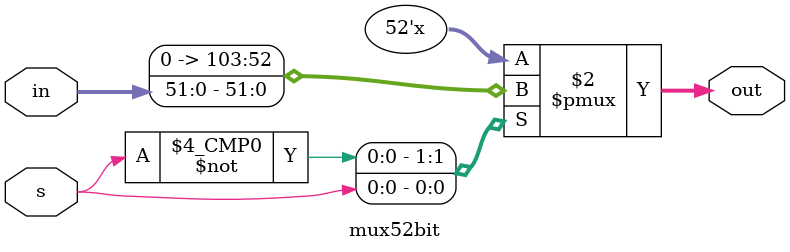
<source format=v>
`timescale 1ns / 1ps


module mux52bit(out,in,s);
input [51:0] in;
input s;
output reg [51:0] out;
always @(*)
begin
    case(s)
        1'b0 : out <= 52'b0;
        1'b1 : out <= in;
    endcase
end
endmodule

</source>
